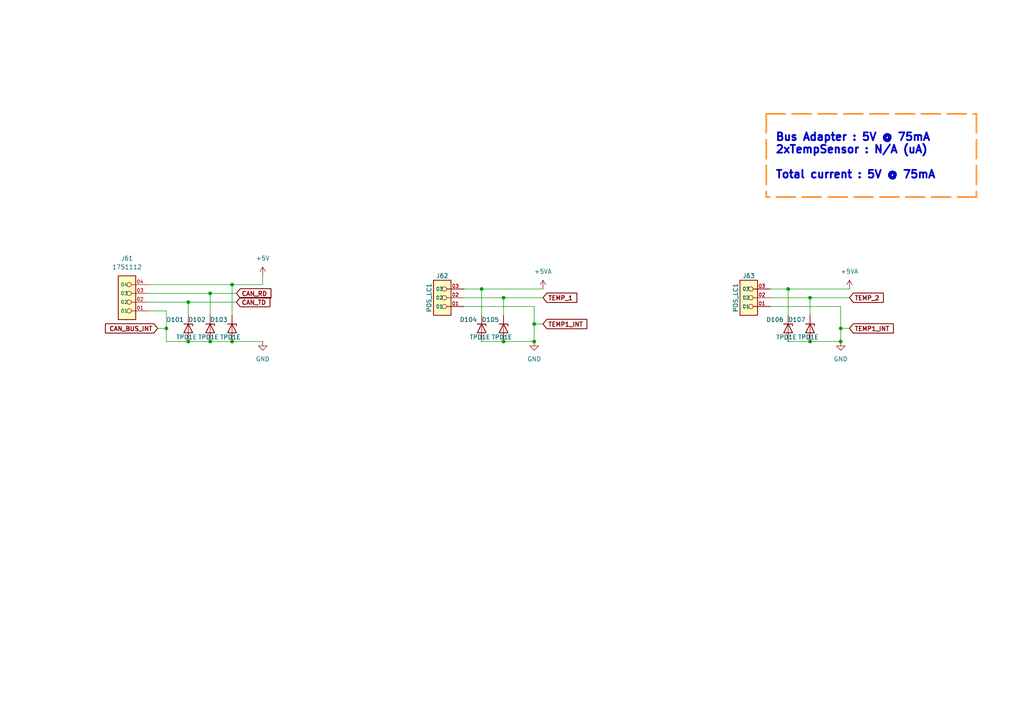
<source format=kicad_sch>
(kicad_sch (version 20211123) (generator eeschema)
  (paper "A4")
  (lib_symbols
    (symbol "Device:D_Zener" (pin_numbers hide) (pin_names (offset 1.016) hide)
      (property "Reference" "D" (at 0 2.54 0))
      (property "Value" "D_Zener" (at 0 -2.54 0))
      (symbol "D_Zener_0_1"
        (polyline (pts (xy 1.27 0) (xy -1.27 0)))
        (polyline (pts (xy -1.27 -1.27) (xy -1.27 1.27) (xy -0.762 1.27)) (stroke (width 0.254)))
        (polyline (pts (xy 1.27 -1.27) (xy 1.27 1.27) (xy -1.27 0) (xy 1.27 -1.27)) (stroke (width 0.254)))
      )
      (symbol "D_Zener_1_1"
        (pin passive line (at -3.81 0 0) (length 2.54) (name "K") (number "1"))
        (pin passive line (at 3.81 0 180) (length 2.54) (name "A") (number "2"))
      )
    )
    (symbol "SymLib:1751109" (pin_names (offset 1.016))
      (property "Reference" "J" (at -6.85 5.08 0))
      (property "Value" "1751109" (at -6.35 -7.62 0))
      (symbol "1751109_0_0"
        (rectangle (start -6.35 5.08) (end -1.27 -5.08) (stroke (width 0.254)) (fill (type background)))
        (circle (center -4.445 -2.54) (radius 0.635) (stroke (width 0.1524)))
        (circle (center -4.445 0) (radius 0.635) (stroke (width 0.1524)))
        (circle (center -4.445 2.54) (radius 0.635) (stroke (width 0.1524)))
        (pin passive line (at -10.16 2.54 0) (length 5.08) (name "01") (number "01"))
        (pin passive line (at -10.16 0 0) (length 5.08) (name "02") (number "02"))
        (pin passive line (at -10.16 -2.54 0) (length 5.08) (name "03") (number "03"))
      )
    )
    (symbol "SymLib:1751112" (pin_names (offset 1.016))
      (property "Reference" "J" (at -6.85 7.62 0))
      (property "Value" "1751112" (at -6.35 -7.62 0))
      (symbol "1751112_0_0"
        (rectangle (start -6.35 7.62) (end -1.27 -5.08) (stroke (width 0.254)) (fill (type background)))
        (circle (center -4.445 -2.54) (radius 0.635) (stroke (width 0.1524)))
        (circle (center -4.445 0) (radius 0.635) (stroke (width 0.1524)))
        (circle (center -4.445 2.54) (radius 0.635) (stroke (width 0.1524)))
        (circle (center -4.445 5.08) (radius 0.635) (stroke (width 0.1524)))
        (pin passive line (at -10.16 5.08 0) (length 5.08) (name "01") (number "01"))
        (pin passive line (at -10.16 2.54 0) (length 5.08) (name "02") (number "02"))
        (pin passive line (at -10.16 0 0) (length 5.08) (name "03") (number "03"))
        (pin passive line (at -10.16 -2.54 0) (length 5.08) (name "04") (number "04"))
      )
    )
    (symbol "power:+5V" (power) (pin_names (offset 0))
      (property "Value" "+5V" (at 0 3.556 0))
      (symbol "+5V_0_1"
        (polyline (pts (xy -0.762 1.27) (xy 0 2.54)))
        (polyline (pts (xy 0 0) (xy 0 2.54)))
        (polyline (pts (xy 0 2.54) (xy 0.762 1.27)))
      )
      (symbol "+5V_1_1"
        (pin power_in line (at 0 0 90) (length 0) hide (name "+5V") (number "1"))
      )
    )
    (symbol "power:+5VA" (power) (pin_names (offset 0))
      (property "Value" "+5VA" (at 0 3.556 0))
      (symbol "+5VA_0_1"
        (polyline (pts (xy -0.762 1.27) (xy 0 2.54)))
        (polyline (pts (xy 0 0) (xy 0 2.54)))
        (polyline (pts (xy 0 2.54) (xy 0.762 1.27)))
      )
      (symbol "+5VA_1_1"
        (pin power_in line (at 0 0 90) (length 0) hide (name "+5VA") (number "1"))
      )
    )
    (symbol "power:GND" (power) (pin_names (offset 0))
      (property "Value" "GND" (at 0 -3.81 0))
      (symbol "GND_0_1"
        (polyline (pts (xy 0 0) (xy 0 -1.27) (xy 1.27 -1.27) (xy 0 -2.54) (xy -1.27 -1.27) (xy 0 -1.27)))
      )
      (symbol "GND_1_1"
        (pin power_in line (at 0 0 270) (length 0) hide (name "GND") (number "1"))
      )
    )
  )
  (junction (at 146.05 99.06))
  (junction (at 48.26 95.25))
  (junction (at 154.94 93.98))
  (junction (at 228.6 83.82))
  (junction (at 243.84 95.25))
  (junction (at 243.84 99.06))
  (junction (at 234.95 99.06))
  (junction (at 139.7 83.82))
  (junction (at 234.95 86.36))
  (junction (at 146.05 86.36))
  (junction (at 60.96 85.09))
  (junction (at 67.31 99.06))
  (junction (at 54.61 99.06))
  (junction (at 154.94 99.06))
  (junction (at 67.31 82.55))
  (junction (at 60.96 99.06))
  (junction (at 54.61 87.63))
  (wire (pts (xy 134.62 86.36) (xy 146.05 86.36)))
  (polyline (pts (xy 283.21 33.02) (xy 283.21 57.15)) (stroke (width 0.5) (type dash) (color 255 148 44 1)))
  (wire (pts (xy 243.84 95.25) (xy 243.84 99.06)))
  (polyline (pts (xy 222.25 33.02) (xy 222.25 57.15)) (stroke (width 0.5) (type dash) (color 255 148 44 1)))
  (wire (pts (xy 54.61 87.63) (xy 54.61 91.44)))
  (wire (pts (xy 67.31 82.55) (xy 76.2 82.55)))
  (wire (pts (xy 134.62 88.9) (xy 154.94 88.9)))
  (wire (pts (xy 139.7 83.82) (xy 157.48 83.82)))
  (wire (pts (xy 68.58 85.09) (xy 60.96 85.09)))
  (wire (pts (xy 243.84 88.9) (xy 243.84 95.25)))
  (polyline (pts (xy 283.21 57.15) (xy 222.25 57.15)) (stroke (width 0.5) (type dash) (color 255 148 44 1)))
  (wire (pts (xy 234.95 99.06) (xy 243.84 99.06)))
  (wire (pts (xy 48.26 90.17) (xy 48.26 95.25)))
  (wire (pts (xy 234.95 86.36) (xy 246.38 86.36)))
  (wire (pts (xy 48.26 90.17) (xy 43.18 90.17)))
  (wire (pts (xy 67.31 99.06) (xy 76.2 99.06)))
  (wire (pts (xy 154.94 93.98) (xy 157.48 93.98)))
  (wire (pts (xy 228.6 99.06) (xy 234.95 99.06)))
  (polyline (pts (xy 222.25 33.02) (xy 283.21 33.02)) (stroke (width 0.5) (type dash) (color 255 148 44 1)))
  (wire (pts (xy 134.62 83.82) (xy 139.7 83.82)))
  (wire (pts (xy 223.52 86.36) (xy 234.95 86.36)))
  (wire (pts (xy 54.61 99.06) (xy 60.96 99.06)))
  (wire (pts (xy 45.72 95.25) (xy 48.26 95.25)))
  (wire (pts (xy 146.05 86.36) (xy 146.05 91.44)))
  (wire (pts (xy 154.94 93.98) (xy 154.94 99.06)))
  (wire (pts (xy 67.31 82.55) (xy 67.31 91.44)))
  (wire (pts (xy 76.2 80.01) (xy 76.2 82.55)))
  (wire (pts (xy 48.26 99.06) (xy 54.61 99.06)))
  (wire (pts (xy 60.96 99.06) (xy 67.31 99.06)))
  (wire (pts (xy 234.95 86.36) (xy 234.95 91.44)))
  (wire (pts (xy 146.05 99.06) (xy 154.94 99.06)))
  (wire (pts (xy 68.58 87.63) (xy 54.61 87.63)))
  (wire (pts (xy 43.18 82.55) (xy 67.31 82.55)))
  (wire (pts (xy 228.6 83.82) (xy 246.38 83.82)))
  (wire (pts (xy 139.7 99.06) (xy 146.05 99.06)))
  (wire (pts (xy 139.7 83.82) (xy 139.7 91.44)))
  (wire (pts (xy 223.52 88.9) (xy 243.84 88.9)))
  (wire (pts (xy 228.6 83.82) (xy 228.6 91.44)))
  (wire (pts (xy 60.96 85.09) (xy 60.96 91.44)))
  (wire (pts (xy 154.94 88.9) (xy 154.94 93.98)))
  (wire (pts (xy 43.18 85.09) (xy 60.96 85.09)))
  (wire (pts (xy 146.05 86.36) (xy 157.48 86.36)))
  (wire (pts (xy 223.52 83.82) (xy 228.6 83.82)))
  (wire (pts (xy 243.84 95.25) (xy 246.38 95.25)))
  (wire (pts (xy 48.26 95.25) (xy 48.26 99.06)))
  (wire (pts (xy 43.18 87.63) (xy 54.61 87.63)))
  (text "Bus Adapter : 5V @ 75mA\n2xTempSensor : N/A (uA)\n\nTotal current : 5V @ 75mA" (at 224.79 52.07 0) (effects (font (size 2.25 2.25) (thickness 0.5) bold) (justify left bottom)))
  (global_label "TEMP_2" (shape input) (at 246.38 86.36 0) (effects (font bold)) (property "Intersheet References" "${INTERSHEET_REFS}" (effects hide)))
  (global_label "CAN_BUS_INT" (shape input) (at 45.72 95.25 180) (effects (font bold)) (property "Intersheet References" "${INTERSHEET_REFS}" (effects hide)))
  (global_label "TEMP_1" (shape input) (at 157.48 86.36 0) (effects (font bold)) (property "Intersheet References" "${INTERSHEET_REFS}" (effects hide)))
  (global_label "TEMP1_INT" (shape input) (at 157.48 93.98 0) (effects (font bold)) (property "Intersheet References" "${INTERSHEET_REFS}" (effects hide)))
  (global_label "CAN_RD" (shape input) (at 68.58 85.09 0) (effects (font (thickness 0.254) bold)) (property "Intersheet References" "${INTERSHEET_REFS}" (effects hide)))
  (global_label "TEMP1_INT" (shape input) (at 246.38 95.25 0) (effects (font bold)) (property "Intersheet References" "${INTERSHEET_REFS}" (effects hide)))
  (global_label "CAN_TD" (shape input) (at 68.58 87.63 0) (effects (font (thickness 0.254) bold)) (property "Intersheet References" "${INTERSHEET_REFS}" (effects hide)))
  (symbol (lib_id "Device:D_Zener") (at 60.96 95.25 270) (unit 1)
    (property "Reference" "D102" (at 59.69 92.71 90) (effects (justify right)))
    (property "Value" "TPD1E" (at 63.5 97.79 90) (effects (justify right)))
    (property "Footprint" "FootPrint:DPY2_TEX" (effects hide))
  )
  (symbol (lib_id "power:GND") (at 154.94 99.06 0) (unit 1)
    (property "Reference" "#PWR0119" (effects hide))
    (property "Value" "GND" (at 154.94 104.14 0))
  )
  (symbol (lib_id "power:+5VA") (at 246.38 83.82 0) (unit 1)
    (property "Reference" "#PWR?" (effects hide))
    (property "Value" "+5VA" (at 246.38 78.74 0))
  )
  (symbol (lib_id "SymLib:1751112") (at 33.02 85.09 180) (unit 1)
    (property "Reference" "J61" (at 36.83 74.93 0))
    (property "Value" "1751112" (at 36.83 77.47 0))
    (property "Footprint" "FootPrint:PHOENIX_1751112" (effects hide))
    (property "PARTREV" "03.03.2021" (effects hide))
    (property "STANDARD" "Manufacturer Recommendations" (effects hide))
    (property "MANUFACTURER" "Phoenix Contact" (effects hide))
  )
  (symbol (lib_id "Device:D_Zener") (at 54.61 95.25 270) (unit 1)
    (property "Reference" "D101" (at 53.34 92.71 90) (effects (justify right)))
    (property "Value" "TPD1E" (at 57.15 97.79 90) (effects (justify right)))
    (property "Footprint" "FootPrint:DPY2_TEX" (effects hide))
  )
  (symbol (lib_id "power:GND") (at 243.84 99.06 0) (unit 1)
    (property "Reference" "#PWR0121" (effects hide))
    (property "Value" "GND" (at 243.84 104.14 0))
  )
  (symbol (lib_id "SymLib:1751109") (at 124.46 86.36 180) (unit 1)
    (property "Reference" "J62" (at 128.27 80.01 0))
    (property "Value" "POS_LC1" (at 124.46 86.36 90))
    (property "Footprint" "FootPrint:PHOENIX_1751109" (effects hide))
    (property "PARTREV" "03.03.2021" (effects hide))
    (property "STANDARD" "Manufacturer Recommendations" (effects hide))
    (property "MANUFACTURER" "Phoenix Contact" (effects hide))
  )
  (symbol (lib_id "Device:D_Zener") (at 67.31 95.25 270) (unit 1)
    (property "Reference" "D103" (at 66.04 92.71 90) (effects (justify right)))
    (property "Value" "TPD1E" (at 69.85 97.79 90) (effects (justify right)))
    (property "Footprint" "FootPrint:DPY2_TEX" (effects hide))
  )
  (symbol (lib_id "Device:D_Zener") (at 234.95 95.25 270) (unit 1)
    (property "Reference" "D107" (at 233.68 92.71 90) (effects (justify right)))
    (property "Value" "TPD1E" (at 237.49 97.79 90) (effects (justify right)))
    (property "Footprint" "FootPrint:DPY2_TEX" (effects hide))
  )
  (symbol (lib_id "Device:D_Zener") (at 228.6 95.25 270) (unit 1)
    (property "Reference" "D106" (at 227.33 92.71 90) (effects (justify right)))
    (property "Value" "TPD1E" (at 231.14 97.79 90) (effects (justify right)))
    (property "Footprint" "FootPrint:DPY2_TEX" (effects hide))
  )
  (symbol (lib_id "SymLib:1751109") (at 213.36 86.36 180) (unit 1)
    (property "Reference" "J63" (at 217.17 80.01 0))
    (property "Value" "POS_LC1" (at 213.36 86.36 90))
    (property "Footprint" "FootPrint:PHOENIX_1751109" (effects hide))
    (property "PARTREV" "03.03.2021" (effects hide))
    (property "STANDARD" "Manufacturer Recommendations" (effects hide))
    (property "MANUFACTURER" "Phoenix Contact" (effects hide))
  )
  (symbol (lib_id "Device:D_Zener") (at 146.05 95.25 270) (unit 1)
    (property "Reference" "D105" (at 144.78 92.71 90) (effects (justify right)))
    (property "Value" "TPD1E" (at 148.59 97.79 90) (effects (justify right)))
    (property "Footprint" "FootPrint:DPY2_TEX" (effects hide))
  )
  (symbol (lib_id "Device:D_Zener") (at 139.7 95.25 270) (unit 1)
    (property "Reference" "D104" (at 138.43 92.71 90) (effects (justify right)))
    (property "Value" "TPD1E" (at 142.24 97.79 90) (effects (justify right)))
    (property "Footprint" "FootPrint:DPY2_TEX" (effects hide))
  )
  (symbol (lib_id "power:+5VA") (at 157.48 83.82 0) (unit 1)
    (property "Reference" "#PWR?" (effects hide))
    (property "Value" "+5VA" (at 157.48 78.74 0))
  )
  (symbol (lib_id "power:+5V") (at 76.2 80.01 0) (unit 1)
    (property "Reference" "#PWR0117" (effects hide))
    (property "Value" "+5V" (at 76.2 74.93 0))
  )
  (symbol (lib_id "power:GND") (at 76.2 99.06 0) (unit 1)
    (property "Reference" "#PWR0118" (effects hide))
    (property "Value" "GND" (at 76.2 104.14 0))
  )
)
</source>
